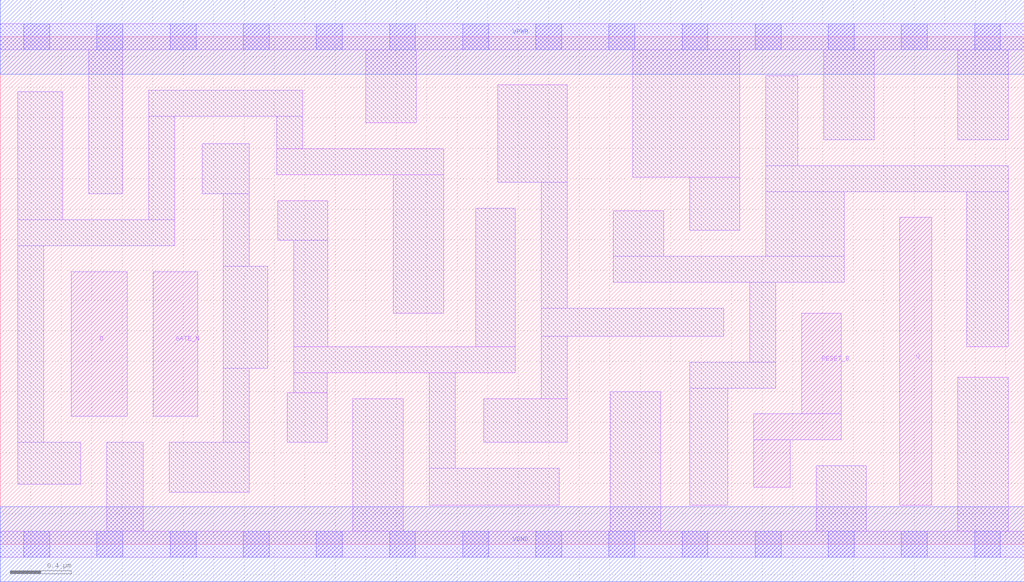
<source format=lef>
# Copyright 2020 The SkyWater PDK Authors
#
# Licensed under the Apache License, Version 2.0 (the "License");
# you may not use this file except in compliance with the License.
# You may obtain a copy of the License at
#
#     https://www.apache.org/licenses/LICENSE-2.0
#
# Unless required by applicable law or agreed to in writing, software
# distributed under the License is distributed on an "AS IS" BASIS,
# WITHOUT WARRANTIES OR CONDITIONS OF ANY KIND, either express or implied.
# See the License for the specific language governing permissions and
# limitations under the License.
#
# SPDX-License-Identifier: Apache-2.0

VERSION 5.7 ;
  NOWIREEXTENSIONATPIN ON ;
  DIVIDERCHAR "/" ;
  BUSBITCHARS "[]" ;
UNITS
  DATABASE MICRONS 200 ;
END UNITS
MACRO sky130_fd_sc_lp__dlrtn_2
  CLASS CORE ;
  FOREIGN sky130_fd_sc_lp__dlrtn_2 ;
  ORIGIN  0.000000  0.000000 ;
  SIZE  6.720000 BY  3.330000 ;
  SYMMETRY X Y R90 ;
  SITE unit ;
  PIN D
    ANTENNAGATEAREA  0.159000 ;
    DIRECTION INPUT ;
    USE SIGNAL ;
    PORT
      LAYER li1 ;
        RECT 0.465000 0.840000 0.835000 1.790000 ;
    END
  END D
  PIN Q
    ANTENNADIFFAREA  0.588000 ;
    DIRECTION OUTPUT ;
    USE SIGNAL ;
    PORT
      LAYER li1 ;
        RECT 5.905000 0.255000 6.115000 2.145000 ;
    END
  END Q
  PIN RESET_B
    ANTENNAGATEAREA  0.315000 ;
    DIRECTION INPUT ;
    USE SIGNAL ;
    PORT
      LAYER li1 ;
        RECT 4.945000 0.375000 5.185000 0.685000 ;
        RECT 4.945000 0.685000 5.520000 0.855000 ;
        RECT 5.260000 0.855000 5.520000 1.515000 ;
    END
  END RESET_B
  PIN GATE_N
    ANTENNAGATEAREA  0.159000 ;
    DIRECTION INPUT ;
    USE CLOCK ;
    PORT
      LAYER li1 ;
        RECT 1.005000 0.840000 1.295000 1.790000 ;
    END
  END GATE_N
  PIN VGND
    DIRECTION INOUT ;
    USE GROUND ;
    PORT
      LAYER met1 ;
        RECT 0.000000 -0.245000 6.720000 0.245000 ;
    END
  END VGND
  PIN VPWR
    DIRECTION INOUT ;
    USE POWER ;
    PORT
      LAYER met1 ;
        RECT 0.000000 3.085000 6.720000 3.575000 ;
    END
  END VPWR
  OBS
    LAYER li1 ;
      RECT 0.000000 -0.085000 6.720000 0.085000 ;
      RECT 0.000000  3.245000 6.720000 3.415000 ;
      RECT 0.115000  0.395000 0.530000 0.670000 ;
      RECT 0.115000  0.670000 0.285000 1.960000 ;
      RECT 0.115000  1.960000 1.145000 2.130000 ;
      RECT 0.115000  2.130000 0.410000 2.970000 ;
      RECT 0.580000  2.300000 0.805000 3.245000 ;
      RECT 0.700000  0.085000 0.940000 0.670000 ;
      RECT 0.975000  2.130000 1.145000 2.810000 ;
      RECT 0.975000  2.810000 1.985000 2.980000 ;
      RECT 1.110000  0.340000 1.635000 0.670000 ;
      RECT 1.325000  2.300000 1.635000 2.630000 ;
      RECT 1.465000  0.670000 1.635000 1.155000 ;
      RECT 1.465000  1.155000 1.755000 1.825000 ;
      RECT 1.465000  1.825000 1.635000 2.300000 ;
      RECT 1.815000  2.425000 2.910000 2.595000 ;
      RECT 1.815000  2.595000 1.985000 2.810000 ;
      RECT 1.820000  1.995000 2.150000 2.255000 ;
      RECT 1.885000  0.670000 2.145000 0.995000 ;
      RECT 1.925000  0.995000 2.145000 1.125000 ;
      RECT 1.925000  1.125000 3.380000 1.295000 ;
      RECT 1.925000  1.295000 2.150000 1.995000 ;
      RECT 2.315000  0.085000 2.645000 0.955000 ;
      RECT 2.400000  2.765000 2.730000 3.245000 ;
      RECT 2.580000  1.515000 2.910000 2.425000 ;
      RECT 2.815000  0.255000 3.670000 0.500000 ;
      RECT 2.815000  0.500000 2.985000 1.125000 ;
      RECT 3.120000  1.295000 3.380000 2.205000 ;
      RECT 3.175000  0.670000 3.720000 0.955000 ;
      RECT 3.265000  2.375000 3.720000 3.015000 ;
      RECT 3.550000  0.955000 3.720000 1.365000 ;
      RECT 3.550000  1.365000 4.750000 1.550000 ;
      RECT 3.550000  1.550000 3.720000 2.375000 ;
      RECT 4.005000  0.085000 4.335000 1.000000 ;
      RECT 4.025000  1.720000 5.540000 1.890000 ;
      RECT 4.025000  1.890000 4.355000 2.190000 ;
      RECT 4.150000  2.410000 4.855000 3.245000 ;
      RECT 4.525000  0.255000 4.775000 1.025000 ;
      RECT 4.525000  1.025000 5.090000 1.195000 ;
      RECT 4.525000  2.060000 4.855000 2.410000 ;
      RECT 4.920000  1.195000 5.090000 1.720000 ;
      RECT 5.025000  1.890000 5.540000 2.315000 ;
      RECT 5.025000  2.315000 6.615000 2.485000 ;
      RECT 5.025000  2.485000 5.235000 3.075000 ;
      RECT 5.355000  0.085000 5.685000 0.515000 ;
      RECT 5.405000  2.655000 5.735000 3.245000 ;
      RECT 6.285000  0.085000 6.615000 1.095000 ;
      RECT 6.285000  2.655000 6.615000 3.245000 ;
      RECT 6.345000  1.295000 6.615000 2.315000 ;
    LAYER mcon ;
      RECT 0.155000 -0.085000 0.325000 0.085000 ;
      RECT 0.155000  3.245000 0.325000 3.415000 ;
      RECT 0.635000 -0.085000 0.805000 0.085000 ;
      RECT 0.635000  3.245000 0.805000 3.415000 ;
      RECT 1.115000 -0.085000 1.285000 0.085000 ;
      RECT 1.115000  3.245000 1.285000 3.415000 ;
      RECT 1.595000 -0.085000 1.765000 0.085000 ;
      RECT 1.595000  3.245000 1.765000 3.415000 ;
      RECT 2.075000 -0.085000 2.245000 0.085000 ;
      RECT 2.075000  3.245000 2.245000 3.415000 ;
      RECT 2.555000 -0.085000 2.725000 0.085000 ;
      RECT 2.555000  3.245000 2.725000 3.415000 ;
      RECT 3.035000 -0.085000 3.205000 0.085000 ;
      RECT 3.035000  3.245000 3.205000 3.415000 ;
      RECT 3.515000 -0.085000 3.685000 0.085000 ;
      RECT 3.515000  3.245000 3.685000 3.415000 ;
      RECT 3.995000 -0.085000 4.165000 0.085000 ;
      RECT 3.995000  3.245000 4.165000 3.415000 ;
      RECT 4.475000 -0.085000 4.645000 0.085000 ;
      RECT 4.475000  3.245000 4.645000 3.415000 ;
      RECT 4.955000 -0.085000 5.125000 0.085000 ;
      RECT 4.955000  3.245000 5.125000 3.415000 ;
      RECT 5.435000 -0.085000 5.605000 0.085000 ;
      RECT 5.435000  3.245000 5.605000 3.415000 ;
      RECT 5.915000 -0.085000 6.085000 0.085000 ;
      RECT 5.915000  3.245000 6.085000 3.415000 ;
      RECT 6.395000 -0.085000 6.565000 0.085000 ;
      RECT 6.395000  3.245000 6.565000 3.415000 ;
  END
END sky130_fd_sc_lp__dlrtn_2
END LIBRARY

</source>
